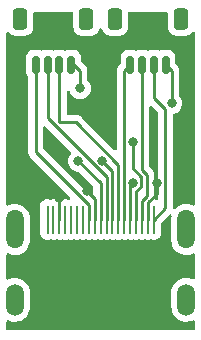
<source format=gbr>
%TF.GenerationSoftware,KiCad,Pcbnew,(6.0.6)*%
%TF.CreationDate,2022-06-22T16:25:05-06:00*%
%TF.ProjectId,15Pin_Fanout_Diodes,31355069-6e5f-4466-916e-6f75745f4469,rev?*%
%TF.SameCoordinates,Original*%
%TF.FileFunction,Copper,L1,Top*%
%TF.FilePolarity,Positive*%
%FSLAX46Y46*%
G04 Gerber Fmt 4.6, Leading zero omitted, Abs format (unit mm)*
G04 Created by KiCad (PCBNEW (6.0.6)) date 2022-06-22 16:25:05*
%MOMM*%
%LPD*%
G01*
G04 APERTURE LIST*
G04 Aperture macros list*
%AMRoundRect*
0 Rectangle with rounded corners*
0 $1 Rounding radius*
0 $2 $3 $4 $5 $6 $7 $8 $9 X,Y pos of 4 corners*
0 Add a 4 corners polygon primitive as box body*
4,1,4,$2,$3,$4,$5,$6,$7,$8,$9,$2,$3,0*
0 Add four circle primitives for the rounded corners*
1,1,$1+$1,$2,$3*
1,1,$1+$1,$4,$5*
1,1,$1+$1,$6,$7*
1,1,$1+$1,$8,$9*
0 Add four rect primitives between the rounded corners*
20,1,$1+$1,$2,$3,$4,$5,0*
20,1,$1+$1,$4,$5,$6,$7,0*
20,1,$1+$1,$6,$7,$8,$9,0*
20,1,$1+$1,$8,$9,$2,$3,0*%
G04 Aperture macros list end*
%TA.AperFunction,SMDPad,CuDef*%
%ADD10RoundRect,0.150000X0.150000X0.625000X-0.150000X0.625000X-0.150000X-0.625000X0.150000X-0.625000X0*%
%TD*%
%TA.AperFunction,SMDPad,CuDef*%
%ADD11RoundRect,0.250000X0.350000X0.650000X-0.350000X0.650000X-0.350000X-0.650000X0.350000X-0.650000X0*%
%TD*%
%TA.AperFunction,SMDPad,CuDef*%
%ADD12O,0.250000X2.400000*%
%TD*%
%TA.AperFunction,ComponentPad*%
%ADD13O,1.500000X2.700000*%
%TD*%
%TA.AperFunction,ComponentPad*%
%ADD14O,1.500000X3.300000*%
%TD*%
%TA.AperFunction,ViaPad*%
%ADD15C,0.800000*%
%TD*%
%TA.AperFunction,Conductor*%
%ADD16C,0.250000*%
%TD*%
G04 APERTURE END LIST*
D10*
%TO.P,J6,1,Pin_1*%
%TO.N,Net-(J1-Pad4)*%
X5500000Y16500000D03*
%TO.P,J6,2,Pin_2*%
%TO.N,Net-(J1-Pad1)*%
X4500000Y16500000D03*
%TO.P,J6,3,Pin_3*%
%TO.N,Net-(J1-Pad3)*%
X3500000Y16500000D03*
%TO.P,J6,4,Pin_4*%
%TO.N,Net-(J1-Pad6)*%
X2500000Y16500000D03*
D11*
%TO.P,J6,MP*%
%TO.N,N/C*%
X6800000Y20375000D03*
X1200000Y20375000D03*
%TD*%
D10*
%TO.P,J7,1,Pin_1*%
%TO.N,Net-(J1-Pad10)*%
X-2500000Y16500000D03*
%TO.P,J7,2,Pin_2*%
%TO.N,Net-(J1-Pad7)*%
X-3500000Y16500000D03*
%TO.P,J7,3,Pin_3*%
%TO.N,Net-(J1-Pad9)*%
X-4500000Y16500000D03*
%TO.P,J7,4,Pin_4*%
%TO.N,Net-(J1-Pad12)*%
X-5500000Y16500000D03*
D11*
%TO.P,J7,MP*%
%TO.N,N/C*%
X-1200000Y20375000D03*
X-6800000Y20375000D03*
%TD*%
D12*
%TO.P,J1,1,D2+*%
%TO.N,Net-(J1-Pad1)*%
X4501000Y3396000D03*
%TO.P,J1,2,D2S*%
%TO.N,GND*%
X4001000Y3396000D03*
%TO.P,J1,3,D2-*%
%TO.N,Net-(J1-Pad3)*%
X3501000Y3396000D03*
%TO.P,J1,4,D1+*%
%TO.N,Net-(J1-Pad4)*%
X3001000Y3396000D03*
%TO.P,J1,5,D1S*%
%TO.N,GND*%
X2500000Y3396000D03*
%TO.P,J1,6,D1-*%
%TO.N,Net-(J1-Pad6)*%
X2000000Y3396000D03*
%TO.P,J1,7,D0+*%
%TO.N,Net-(J1-Pad7)*%
X1500000Y3396000D03*
%TO.P,J1,8,D0S*%
%TO.N,GND*%
X1000000Y3396000D03*
%TO.P,J1,9,D0-*%
%TO.N,Net-(J1-Pad9)*%
X500000Y3396000D03*
%TO.P,J1,10,CK+*%
%TO.N,Net-(J1-Pad10)*%
X0Y3396000D03*
%TO.P,J1,11,CKS*%
%TO.N,GND*%
X-500000Y3396000D03*
%TO.P,J1,12,CK-*%
%TO.N,Net-(J1-Pad12)*%
X-1000000Y3396000D03*
%TO.P,J1,13,CEC*%
%TO.N,unconnected-(J1-Pad13)*%
X-1500000Y3396000D03*
%TO.P,J1,14,UTILITY*%
%TO.N,unconnected-(J1-Pad14)*%
X-2000000Y3396000D03*
%TO.P,J1,15,SCL*%
%TO.N,unconnected-(J1-Pad15)*%
X-2500000Y3396000D03*
%TO.P,J1,16,SDA*%
%TO.N,unconnected-(J1-Pad16)*%
X-3001000Y3396000D03*
%TO.P,J1,17,GND*%
%TO.N,GND*%
X-3501000Y3396000D03*
%TO.P,J1,18,+5V*%
%TO.N,unconnected-(J1-Pad18)*%
X-4001000Y3396000D03*
%TO.P,J1,19,HPD*%
%TO.N,unconnected-(J1-Pad19)*%
X-4501000Y3396000D03*
D13*
%TO.P,J1,20*%
%TO.N,N/C*%
X7250000Y-3396000D03*
%TO.P,J1,21*%
X-7250000Y-3396000D03*
D14*
%TO.P,J1,22*%
X7250000Y2564000D03*
%TO.P,J1,23*%
X-7250000Y2564000D03*
%TD*%
D15*
%TO.N,GND*%
X-3501000Y5249000D03*
X-1184342Y5815658D03*
X2724500Y6500000D03*
X137299Y8387299D03*
X4750000Y6500000D03*
%TO.N,Net-(J1-Pad4)*%
X2724500Y9974500D03*
X6000000Y13250000D03*
%TO.N,Net-(J1-Pad10)*%
X-1887299Y8362701D03*
X-1750000Y14500000D03*
%TD*%
D16*
%TO.N,Net-(J1-Pad1)*%
X5474511Y12750875D02*
X4500000Y13725386D01*
X4500000Y13725386D02*
X4500000Y16500000D01*
X4501000Y16499000D02*
X4500000Y16500000D01*
X5474511Y4369511D02*
X5474511Y12750875D01*
X4501000Y3396000D02*
X5474511Y4369511D01*
%TO.N,GND*%
X1000000Y3396000D02*
X1000000Y7524598D01*
X-3501000Y3396000D02*
X-3501000Y5249000D01*
X2500000Y6275500D02*
X2724500Y6500000D01*
X-500000Y5131316D02*
X-1184342Y5815658D01*
X4001000Y3396000D02*
X4001000Y4846000D01*
X1000000Y7524598D02*
X137299Y8387299D01*
X4001000Y4846000D02*
X4750000Y5595000D01*
X-500000Y3396000D02*
X-500000Y5131316D01*
X4750000Y5595000D02*
X4750000Y6500000D01*
X2500000Y3396000D02*
X2500000Y6275500D01*
%TO.N,Net-(J1-Pad3)*%
X3500000Y7585238D02*
X3898531Y7186707D01*
X3501000Y5001000D02*
X3501000Y3396000D01*
X3500000Y16500000D02*
X3501000Y16499000D01*
X3500000Y16500000D02*
X3500000Y7585238D01*
X3898531Y5398531D02*
X3501000Y5001000D01*
X3898531Y7186707D02*
X3898531Y5398531D01*
%TO.N,Net-(J1-Pad4)*%
X3449011Y6199897D02*
X3449011Y7000509D01*
X3001000Y3396000D02*
X3001000Y5751886D01*
X6000000Y16000000D02*
X5500000Y16500000D01*
X2699520Y7750000D02*
X2699520Y9949520D01*
X2699520Y9949520D02*
X2724500Y9974500D01*
X3001000Y5751886D02*
X3449011Y6199897D01*
X3449011Y7000509D02*
X2699520Y7750000D01*
X6000000Y13250000D02*
X6000000Y16000000D01*
%TO.N,Net-(J1-Pad6)*%
X2500000Y16500000D02*
X2000000Y16000000D01*
X2000000Y16000000D02*
X2000000Y3396000D01*
%TO.N,Net-(J1-Pad7)*%
X1500000Y8049212D02*
X-2086506Y11635718D01*
X-3500000Y11635718D02*
X-3500000Y16500000D01*
X1500000Y3396000D02*
X1500000Y8049212D01*
X-2086506Y11635718D02*
X-3500000Y11635718D01*
%TO.N,Net-(J1-Pad9)*%
X500000Y7000000D02*
X500000Y3396000D01*
X-4500000Y12000000D02*
X500000Y7000000D01*
X-4500000Y16500000D02*
X-4500000Y12000000D01*
%TO.N,Net-(J1-Pad10)*%
X-1750000Y14500000D02*
X-1750000Y16000000D01*
X-2250000Y16500000D02*
X-2500000Y16500000D01*
X-1750000Y16000000D02*
X-2250000Y16500000D01*
X0Y6475402D02*
X-1887299Y8362701D01*
X0Y3396000D02*
X0Y6475402D01*
%TO.N,Net-(J1-Pad12)*%
X-5500000Y16500000D02*
X-5500000Y9106717D01*
X-1000000Y4606717D02*
X-1000000Y3396000D01*
X-5500000Y9106717D02*
X-1000000Y4606717D01*
%TD*%
%TA.AperFunction,Conductor*%
%TO.N,GND*%
G36*
X-2366379Y20971498D02*
G01*
X-2319886Y20917842D01*
X-2308500Y20865500D01*
X-2308500Y19674600D01*
X-2308163Y19671354D01*
X-2308163Y19671350D01*
X-2299792Y19590678D01*
X-2297526Y19568834D01*
X-2241550Y19401054D01*
X-2148478Y19250652D01*
X-2023303Y19125695D01*
X-2017073Y19121855D01*
X-2017072Y19121854D01*
X-1879910Y19037306D01*
X-1872738Y19032885D01*
X-1792995Y19006436D01*
X-1711389Y18979368D01*
X-1711387Y18979368D01*
X-1704861Y18977203D01*
X-1698025Y18976503D01*
X-1698022Y18976502D01*
X-1654969Y18972091D01*
X-1600400Y18966500D01*
X-799600Y18966500D01*
X-796354Y18966837D01*
X-796350Y18966837D01*
X-700692Y18976762D01*
X-700688Y18976763D01*
X-693834Y18977474D01*
X-687298Y18979655D01*
X-687296Y18979655D01*
X-555194Y19023728D01*
X-526054Y19033450D01*
X-375652Y19126522D01*
X-250695Y19251697D01*
X-205492Y19325030D01*
X-161725Y19396032D01*
X-161724Y19396034D01*
X-157885Y19402262D01*
X-119624Y19517615D01*
X-79195Y19575974D01*
X-13631Y19603211D01*
X56251Y19590678D01*
X108263Y19542353D01*
X119491Y19517824D01*
X155729Y19409209D01*
X158450Y19401054D01*
X251522Y19250652D01*
X376697Y19125695D01*
X382927Y19121855D01*
X382928Y19121854D01*
X520090Y19037306D01*
X527262Y19032885D01*
X607005Y19006436D01*
X688611Y18979368D01*
X688613Y18979368D01*
X695139Y18977203D01*
X701975Y18976503D01*
X701978Y18976502D01*
X745031Y18972091D01*
X799600Y18966500D01*
X1600400Y18966500D01*
X1603646Y18966837D01*
X1603650Y18966837D01*
X1699308Y18976762D01*
X1699312Y18976763D01*
X1706166Y18977474D01*
X1712702Y18979655D01*
X1712704Y18979655D01*
X1844806Y19023728D01*
X1873946Y19033450D01*
X2024348Y19126522D01*
X2149305Y19251697D01*
X2194508Y19325030D01*
X2238275Y19396032D01*
X2238276Y19396034D01*
X2242115Y19402262D01*
X2297797Y19570139D01*
X2299902Y19590678D01*
X2308172Y19671402D01*
X2308500Y19674600D01*
X2308500Y20865500D01*
X2328502Y20933621D01*
X2382158Y20980114D01*
X2434500Y20991500D01*
X5565500Y20991500D01*
X5633621Y20971498D01*
X5680114Y20917842D01*
X5691500Y20865500D01*
X5691500Y19674600D01*
X5691837Y19671354D01*
X5691837Y19671350D01*
X5700208Y19590678D01*
X5702474Y19568834D01*
X5758450Y19401054D01*
X5851522Y19250652D01*
X5976697Y19125695D01*
X5982927Y19121855D01*
X5982928Y19121854D01*
X6120090Y19037306D01*
X6127262Y19032885D01*
X6207005Y19006436D01*
X6288611Y18979368D01*
X6288613Y18979368D01*
X6295139Y18977203D01*
X6301975Y18976503D01*
X6301978Y18976502D01*
X6345031Y18972091D01*
X6399600Y18966500D01*
X7200400Y18966500D01*
X7203646Y18966837D01*
X7203650Y18966837D01*
X7299308Y18976762D01*
X7299312Y18976763D01*
X7306166Y18977474D01*
X7312702Y18979655D01*
X7312704Y18979655D01*
X7444806Y19023728D01*
X7473946Y19033450D01*
X7624348Y19126522D01*
X7749305Y19251697D01*
X7758241Y19266193D01*
X7811013Y19313686D01*
X7881085Y19325108D01*
X7946208Y19296834D01*
X7985708Y19237840D01*
X7991500Y19200076D01*
X7991500Y4705927D01*
X7971498Y4637806D01*
X7917842Y4591313D01*
X7847568Y4581209D01*
X7814855Y4590554D01*
X7658180Y4659330D01*
X7658167Y4659335D01*
X7653033Y4661588D01*
X7647582Y4662897D01*
X7647578Y4662898D01*
X7440046Y4712722D01*
X7440045Y4712722D01*
X7434589Y4714032D01*
X7350525Y4718879D01*
X7215917Y4726640D01*
X7215914Y4726640D01*
X7210310Y4726963D01*
X6987285Y4699975D01*
X6772565Y4633918D01*
X6767585Y4631348D01*
X6767581Y4631346D01*
X6626850Y4558709D01*
X6572936Y4530882D01*
X6394708Y4394123D01*
X6331462Y4324616D01*
X6327255Y4319993D01*
X6266614Y4283071D01*
X6195639Y4284794D01*
X6136862Y4324616D01*
X6108620Y4392937D01*
X6108570Y4393466D01*
X6108011Y4405322D01*
X6108011Y12242129D01*
X6128013Y12310250D01*
X6181669Y12356743D01*
X6207814Y12365376D01*
X6282288Y12381206D01*
X6313760Y12395218D01*
X6450722Y12456197D01*
X6450724Y12456198D01*
X6456752Y12458882D01*
X6611253Y12571134D01*
X6739040Y12713056D01*
X6834527Y12878444D01*
X6893542Y13060072D01*
X6913504Y13250000D01*
X6893542Y13439928D01*
X6834527Y13621556D01*
X6827406Y13633891D01*
X6784109Y13708882D01*
X6739040Y13786944D01*
X6665863Y13868215D01*
X6635147Y13932221D01*
X6633500Y13952524D01*
X6633500Y15921232D01*
X6634027Y15932415D01*
X6635702Y15939908D01*
X6634567Y15976039D01*
X6633562Y16007998D01*
X6633500Y16011956D01*
X6633500Y16039856D01*
X6632996Y16043847D01*
X6632063Y16055689D01*
X6631548Y16072101D01*
X6630674Y16099889D01*
X6628462Y16107503D01*
X6628461Y16107508D01*
X6625023Y16119341D01*
X6621012Y16138705D01*
X6619467Y16150936D01*
X6618474Y16158797D01*
X6615557Y16166164D01*
X6615556Y16166169D01*
X6602198Y16199908D01*
X6598354Y16211135D01*
X6593633Y16227384D01*
X6586018Y16253593D01*
X6575707Y16271028D01*
X6567012Y16288776D01*
X6559552Y16307617D01*
X6533564Y16343387D01*
X6527048Y16353307D01*
X6508580Y16384535D01*
X6508578Y16384538D01*
X6504542Y16391362D01*
X6490221Y16405683D01*
X6477380Y16420717D01*
X6470132Y16430693D01*
X6465472Y16437107D01*
X6459136Y16442349D01*
X6431402Y16465292D01*
X6422622Y16473282D01*
X6345405Y16550499D01*
X6311379Y16612811D01*
X6308500Y16639594D01*
X6308500Y17191502D01*
X6305562Y17228831D01*
X6259145Y17388601D01*
X6242107Y17417411D01*
X6178491Y17524980D01*
X6178489Y17524983D01*
X6174453Y17531807D01*
X6056807Y17649453D01*
X6049983Y17653489D01*
X6049980Y17653491D01*
X5920427Y17730108D01*
X5920425Y17730109D01*
X5913601Y17734145D01*
X5905990Y17736356D01*
X5905988Y17736357D01*
X5853769Y17751528D01*
X5753831Y17780562D01*
X5747426Y17781066D01*
X5747421Y17781067D01*
X5718958Y17783307D01*
X5718950Y17783307D01*
X5716502Y17783500D01*
X5283498Y17783500D01*
X5281050Y17783307D01*
X5281042Y17783307D01*
X5252579Y17781067D01*
X5252574Y17781066D01*
X5246169Y17780562D01*
X5146231Y17751528D01*
X5094012Y17736357D01*
X5094010Y17736356D01*
X5086399Y17734145D01*
X5079576Y17730110D01*
X5079574Y17730109D01*
X5064137Y17720980D01*
X4995321Y17703522D01*
X4935863Y17720980D01*
X4920426Y17730109D01*
X4920424Y17730110D01*
X4913601Y17734145D01*
X4905990Y17736356D01*
X4905988Y17736357D01*
X4853769Y17751528D01*
X4753831Y17780562D01*
X4747426Y17781066D01*
X4747421Y17781067D01*
X4718958Y17783307D01*
X4718950Y17783307D01*
X4716502Y17783500D01*
X4283498Y17783500D01*
X4281050Y17783307D01*
X4281042Y17783307D01*
X4252579Y17781067D01*
X4252574Y17781066D01*
X4246169Y17780562D01*
X4146231Y17751528D01*
X4094012Y17736357D01*
X4094010Y17736356D01*
X4086399Y17734145D01*
X4079576Y17730110D01*
X4079574Y17730109D01*
X4064137Y17720980D01*
X3995321Y17703522D01*
X3935863Y17720980D01*
X3920426Y17730109D01*
X3920424Y17730110D01*
X3913601Y17734145D01*
X3905990Y17736356D01*
X3905988Y17736357D01*
X3853769Y17751528D01*
X3753831Y17780562D01*
X3747426Y17781066D01*
X3747421Y17781067D01*
X3718958Y17783307D01*
X3718950Y17783307D01*
X3716502Y17783500D01*
X3283498Y17783500D01*
X3281050Y17783307D01*
X3281042Y17783307D01*
X3252579Y17781067D01*
X3252574Y17781066D01*
X3246169Y17780562D01*
X3146231Y17751528D01*
X3094012Y17736357D01*
X3094010Y17736356D01*
X3086399Y17734145D01*
X3079576Y17730110D01*
X3079574Y17730109D01*
X3064137Y17720980D01*
X2995321Y17703522D01*
X2935863Y17720980D01*
X2920426Y17730109D01*
X2920424Y17730110D01*
X2913601Y17734145D01*
X2905990Y17736356D01*
X2905988Y17736357D01*
X2853769Y17751528D01*
X2753831Y17780562D01*
X2747426Y17781066D01*
X2747421Y17781067D01*
X2718958Y17783307D01*
X2718950Y17783307D01*
X2716502Y17783500D01*
X2283498Y17783500D01*
X2281050Y17783307D01*
X2281042Y17783307D01*
X2252579Y17781067D01*
X2252574Y17781066D01*
X2246169Y17780562D01*
X2146231Y17751528D01*
X2094012Y17736357D01*
X2094010Y17736356D01*
X2086399Y17734145D01*
X2079575Y17730109D01*
X2079573Y17730108D01*
X1950020Y17653491D01*
X1950017Y17653489D01*
X1943193Y17649453D01*
X1825547Y17531807D01*
X1821511Y17524983D01*
X1821509Y17524980D01*
X1757893Y17417411D01*
X1740855Y17388601D01*
X1694438Y17228831D01*
X1691500Y17191502D01*
X1691500Y16639595D01*
X1671498Y16571474D01*
X1654595Y16550500D01*
X1607747Y16503652D01*
X1599461Y16496112D01*
X1592982Y16492000D01*
X1587557Y16486223D01*
X1546357Y16442349D01*
X1543602Y16439507D01*
X1523865Y16419770D01*
X1521385Y16416573D01*
X1513682Y16407553D01*
X1483414Y16375321D01*
X1479595Y16368375D01*
X1479593Y16368372D01*
X1473652Y16357566D01*
X1462801Y16341047D01*
X1450386Y16325041D01*
X1447241Y16317772D01*
X1447238Y16317768D01*
X1432826Y16284463D01*
X1427609Y16273813D01*
X1406305Y16235060D01*
X1404334Y16227385D01*
X1404334Y16227384D01*
X1401267Y16215438D01*
X1394863Y16196734D01*
X1386819Y16178145D01*
X1385580Y16170322D01*
X1385577Y16170312D01*
X1379901Y16134476D01*
X1377495Y16122856D01*
X1366500Y16080030D01*
X1366500Y16059776D01*
X1364949Y16040066D01*
X1361780Y16020057D01*
X1362526Y16012165D01*
X1365941Y15976039D01*
X1366500Y15964181D01*
X1366500Y9382807D01*
X1346498Y9314686D01*
X1292842Y9268193D01*
X1222568Y9258089D01*
X1157988Y9287583D01*
X1151405Y9293712D01*
X-1582854Y12027971D01*
X-1590394Y12036257D01*
X-1594506Y12042736D01*
X-1644158Y12089362D01*
X-1646999Y12092116D01*
X-1666736Y12111853D01*
X-1669933Y12114333D01*
X-1678955Y12122038D01*
X-1705406Y12146877D01*
X-1711185Y12152304D01*
X-1718131Y12156123D01*
X-1718134Y12156125D01*
X-1728940Y12162066D01*
X-1745459Y12172917D01*
X-1745923Y12173277D01*
X-1761465Y12185332D01*
X-1768734Y12188477D01*
X-1768738Y12188480D01*
X-1802043Y12202892D01*
X-1812693Y12208109D01*
X-1851446Y12229413D01*
X-1871069Y12234451D01*
X-1889772Y12240855D01*
X-1901086Y12245751D01*
X-1901087Y12245751D01*
X-1908361Y12248899D01*
X-1916184Y12250138D01*
X-1916194Y12250141D01*
X-1952030Y12255817D01*
X-1963650Y12258223D01*
X-1998795Y12267246D01*
X-1998796Y12267246D01*
X-2006476Y12269218D01*
X-2026730Y12269218D01*
X-2046441Y12270769D01*
X-2058620Y12272698D01*
X-2066449Y12273938D01*
X-2074341Y12273192D01*
X-2110467Y12269777D01*
X-2122325Y12269218D01*
X-2740500Y12269218D01*
X-2808621Y12289220D01*
X-2855114Y12342876D01*
X-2866500Y12395218D01*
X-2866500Y14200735D01*
X-2846498Y14268856D01*
X-2792842Y14315349D01*
X-2722568Y14325453D01*
X-2657988Y14295959D01*
X-2620667Y14239671D01*
X-2584527Y14128444D01*
X-2489040Y13963056D01*
X-2361253Y13821134D01*
X-2206752Y13708882D01*
X-2200724Y13706198D01*
X-2200722Y13706197D01*
X-2038319Y13633891D01*
X-2032288Y13631206D01*
X-1957320Y13615271D01*
X-1851944Y13592872D01*
X-1851939Y13592872D01*
X-1845487Y13591500D01*
X-1654513Y13591500D01*
X-1648061Y13592872D01*
X-1648056Y13592872D01*
X-1542680Y13615271D01*
X-1467712Y13631206D01*
X-1461681Y13633891D01*
X-1299278Y13706197D01*
X-1299276Y13706198D01*
X-1293248Y13708882D01*
X-1138747Y13821134D01*
X-1010960Y13963056D01*
X-915473Y14128444D01*
X-856458Y14310072D01*
X-836496Y14500000D01*
X-856458Y14689928D01*
X-915473Y14871556D01*
X-1010960Y15036944D01*
X-1084137Y15118215D01*
X-1114853Y15182221D01*
X-1116500Y15202524D01*
X-1116500Y15921232D01*
X-1115973Y15932415D01*
X-1114298Y15939908D01*
X-1115433Y15976039D01*
X-1116438Y16007998D01*
X-1116500Y16011956D01*
X-1116500Y16039856D01*
X-1117004Y16043847D01*
X-1117937Y16055689D01*
X-1118452Y16072101D01*
X-1119326Y16099889D01*
X-1121538Y16107503D01*
X-1121539Y16107508D01*
X-1124977Y16119341D01*
X-1128988Y16138705D01*
X-1130533Y16150936D01*
X-1131526Y16158797D01*
X-1134443Y16166164D01*
X-1134444Y16166169D01*
X-1147802Y16199908D01*
X-1151646Y16211135D01*
X-1156367Y16227384D01*
X-1163982Y16253593D01*
X-1174293Y16271028D01*
X-1182988Y16288776D01*
X-1190448Y16307617D01*
X-1216436Y16343387D01*
X-1222952Y16353307D01*
X-1241420Y16384535D01*
X-1241422Y16384538D01*
X-1245458Y16391362D01*
X-1259779Y16405683D01*
X-1272620Y16420717D01*
X-1279868Y16430693D01*
X-1284528Y16437107D01*
X-1318593Y16465288D01*
X-1327374Y16473278D01*
X-1654596Y16800501D01*
X-1688621Y16862813D01*
X-1691500Y16889596D01*
X-1691500Y17191502D01*
X-1694438Y17228831D01*
X-1740855Y17388601D01*
X-1757893Y17417411D01*
X-1821509Y17524980D01*
X-1821511Y17524983D01*
X-1825547Y17531807D01*
X-1943193Y17649453D01*
X-1950017Y17653489D01*
X-1950020Y17653491D01*
X-2079573Y17730108D01*
X-2079575Y17730109D01*
X-2086399Y17734145D01*
X-2094010Y17736356D01*
X-2094012Y17736357D01*
X-2146231Y17751528D01*
X-2246169Y17780562D01*
X-2252574Y17781066D01*
X-2252579Y17781067D01*
X-2281042Y17783307D01*
X-2281050Y17783307D01*
X-2283498Y17783500D01*
X-2716502Y17783500D01*
X-2718950Y17783307D01*
X-2718958Y17783307D01*
X-2747421Y17781067D01*
X-2747426Y17781066D01*
X-2753831Y17780562D01*
X-2853769Y17751528D01*
X-2905988Y17736357D01*
X-2905990Y17736356D01*
X-2913601Y17734145D01*
X-2920424Y17730110D01*
X-2920426Y17730109D01*
X-2935863Y17720980D01*
X-3004679Y17703522D01*
X-3064137Y17720980D01*
X-3079574Y17730109D01*
X-3079576Y17730110D01*
X-3086399Y17734145D01*
X-3094010Y17736356D01*
X-3094012Y17736357D01*
X-3146231Y17751528D01*
X-3246169Y17780562D01*
X-3252574Y17781066D01*
X-3252579Y17781067D01*
X-3281042Y17783307D01*
X-3281050Y17783307D01*
X-3283498Y17783500D01*
X-3716502Y17783500D01*
X-3718950Y17783307D01*
X-3718958Y17783307D01*
X-3747421Y17781067D01*
X-3747426Y17781066D01*
X-3753831Y17780562D01*
X-3853769Y17751528D01*
X-3905988Y17736357D01*
X-3905990Y17736356D01*
X-3913601Y17734145D01*
X-3920424Y17730110D01*
X-3920426Y17730109D01*
X-3935863Y17720980D01*
X-4004679Y17703522D01*
X-4064137Y17720980D01*
X-4079574Y17730109D01*
X-4079576Y17730110D01*
X-4086399Y17734145D01*
X-4094010Y17736356D01*
X-4094012Y17736357D01*
X-4146231Y17751528D01*
X-4246169Y17780562D01*
X-4252574Y17781066D01*
X-4252579Y17781067D01*
X-4281042Y17783307D01*
X-4281050Y17783307D01*
X-4283498Y17783500D01*
X-4716502Y17783500D01*
X-4718950Y17783307D01*
X-4718958Y17783307D01*
X-4747421Y17781067D01*
X-4747426Y17781066D01*
X-4753831Y17780562D01*
X-4853769Y17751528D01*
X-4905988Y17736357D01*
X-4905990Y17736356D01*
X-4913601Y17734145D01*
X-4920424Y17730110D01*
X-4920426Y17730109D01*
X-4935863Y17720980D01*
X-5004679Y17703522D01*
X-5064137Y17720980D01*
X-5079574Y17730109D01*
X-5079576Y17730110D01*
X-5086399Y17734145D01*
X-5094010Y17736356D01*
X-5094012Y17736357D01*
X-5146231Y17751528D01*
X-5246169Y17780562D01*
X-5252574Y17781066D01*
X-5252579Y17781067D01*
X-5281042Y17783307D01*
X-5281050Y17783307D01*
X-5283498Y17783500D01*
X-5716502Y17783500D01*
X-5718950Y17783307D01*
X-5718958Y17783307D01*
X-5747421Y17781067D01*
X-5747426Y17781066D01*
X-5753831Y17780562D01*
X-5853769Y17751528D01*
X-5905988Y17736357D01*
X-5905990Y17736356D01*
X-5913601Y17734145D01*
X-5920425Y17730109D01*
X-5920427Y17730108D01*
X-6049980Y17653491D01*
X-6049983Y17653489D01*
X-6056807Y17649453D01*
X-6174453Y17531807D01*
X-6178489Y17524983D01*
X-6178491Y17524980D01*
X-6242107Y17417411D01*
X-6259145Y17388601D01*
X-6305562Y17228831D01*
X-6308500Y17191502D01*
X-6308500Y15808498D01*
X-6305562Y15771169D01*
X-6259145Y15611399D01*
X-6255108Y15604573D01*
X-6178491Y15475020D01*
X-6178489Y15475017D01*
X-6174453Y15468193D01*
X-6168845Y15462585D01*
X-6163989Y15456325D01*
X-6165496Y15455156D01*
X-6136379Y15401833D01*
X-6133500Y15375050D01*
X-6133500Y9185484D01*
X-6134027Y9174301D01*
X-6135702Y9166808D01*
X-6135453Y9158882D01*
X-6135453Y9158881D01*
X-6133562Y9098731D01*
X-6133500Y9094772D01*
X-6133500Y9066861D01*
X-6133003Y9062927D01*
X-6133003Y9062926D01*
X-6132995Y9062861D01*
X-6132062Y9051024D01*
X-6130673Y9006828D01*
X-6125022Y8987378D01*
X-6121013Y8968017D01*
X-6118474Y8947920D01*
X-6115555Y8940549D01*
X-6115555Y8940547D01*
X-6102196Y8906805D01*
X-6098351Y8895575D01*
X-6086018Y8853124D01*
X-6081985Y8846305D01*
X-6081983Y8846300D01*
X-6075707Y8835689D01*
X-6067012Y8817941D01*
X-6059552Y8799100D01*
X-6054890Y8792684D01*
X-6054890Y8792683D01*
X-6033564Y8763330D01*
X-6027048Y8753410D01*
X-6019105Y8739980D01*
X-6004542Y8715355D01*
X-5990221Y8701034D01*
X-5977381Y8686001D01*
X-5965472Y8669610D01*
X-5959366Y8664559D01*
X-5931395Y8641419D01*
X-5922616Y8633429D01*
X-2589756Y5300568D01*
X-2555730Y5238256D01*
X-2560795Y5167440D01*
X-2603342Y5110605D01*
X-2639910Y5091642D01*
X-2706139Y5070123D01*
X-2777106Y5068097D01*
X-2790317Y5072896D01*
X-2796509Y5074908D01*
X-2803682Y5078283D01*
X-2935305Y5103391D01*
X-2953121Y5106790D01*
X-2953122Y5106790D01*
X-2960906Y5108275D01*
X-3049400Y5102708D01*
X-3112738Y5098723D01*
X-3112740Y5098723D01*
X-3120650Y5098225D01*
X-3207241Y5070090D01*
X-3278206Y5068062D01*
X-3289110Y5072023D01*
X-3289124Y5071979D01*
X-3311622Y5079289D01*
X-3453152Y5106287D01*
X-3468849Y5107274D01*
X-3612643Y5098228D01*
X-3628093Y5095281D01*
X-3705884Y5070005D01*
X-3776852Y5067978D01*
X-3791038Y5073130D01*
X-3796508Y5074907D01*
X-3803682Y5078283D01*
X-3935305Y5103391D01*
X-3953121Y5106790D01*
X-3953122Y5106790D01*
X-3960906Y5108275D01*
X-4049400Y5102708D01*
X-4112738Y5098723D01*
X-4112740Y5098723D01*
X-4120650Y5098225D01*
X-4128186Y5095776D01*
X-4128188Y5095776D01*
X-4129711Y5095281D01*
X-4201291Y5072023D01*
X-4206545Y5070316D01*
X-4277512Y5068288D01*
X-4289184Y5072528D01*
X-4296512Y5074909D01*
X-4303682Y5078283D01*
X-4311465Y5079768D01*
X-4311466Y5079768D01*
X-4453121Y5106790D01*
X-4453122Y5106790D01*
X-4460906Y5108275D01*
X-4549400Y5102708D01*
X-4612738Y5098723D01*
X-4612740Y5098723D01*
X-4620650Y5098225D01*
X-4628186Y5095776D01*
X-4628188Y5095776D01*
X-4765333Y5051215D01*
X-4765336Y5051214D01*
X-4772875Y5048764D01*
X-4908018Y4963000D01*
X-5017586Y4846321D01*
X-5094695Y4706060D01*
X-5134500Y4551030D01*
X-5134500Y2281144D01*
X-5119474Y2162203D01*
X-5060552Y2013383D01*
X-4966472Y1883893D01*
X-4843144Y1781867D01*
X-4835977Y1778494D01*
X-4835973Y1778492D01*
X-4773879Y1749274D01*
X-4698318Y1713717D01*
X-4593778Y1693775D01*
X-4551515Y1685713D01*
X-4541094Y1683725D01*
X-4452600Y1689292D01*
X-4389262Y1693277D01*
X-4389260Y1693277D01*
X-4381350Y1693775D01*
X-4373814Y1696224D01*
X-4373812Y1696224D01*
X-4305248Y1718502D01*
X-4295455Y1721684D01*
X-4224488Y1723712D01*
X-4212816Y1719472D01*
X-4205488Y1717091D01*
X-4198318Y1713717D01*
X-4190535Y1712232D01*
X-4190534Y1712232D01*
X-4048879Y1685210D01*
X-4041094Y1683725D01*
X-3952600Y1689292D01*
X-3889262Y1693277D01*
X-3889260Y1693277D01*
X-3881350Y1693775D01*
X-3794759Y1721910D01*
X-3723794Y1723938D01*
X-3712890Y1719977D01*
X-3712876Y1720021D01*
X-3690378Y1712711D01*
X-3548848Y1685713D01*
X-3533151Y1684726D01*
X-3389357Y1693772D01*
X-3373907Y1696719D01*
X-3296116Y1721995D01*
X-3225148Y1724022D01*
X-3210962Y1718870D01*
X-3205492Y1717093D01*
X-3198318Y1713717D01*
X-3093778Y1693775D01*
X-3051515Y1685713D01*
X-3041094Y1683725D01*
X-2952600Y1689292D01*
X-2889262Y1693277D01*
X-2889260Y1693277D01*
X-2881350Y1693775D01*
X-2873814Y1696224D01*
X-2873812Y1696224D01*
X-2794863Y1721876D01*
X-2723895Y1723903D01*
X-2710687Y1719105D01*
X-2704489Y1717092D01*
X-2697318Y1713717D01*
X-2592778Y1693775D01*
X-2550515Y1685713D01*
X-2540094Y1683725D01*
X-2451600Y1689292D01*
X-2388262Y1693277D01*
X-2388260Y1693277D01*
X-2380350Y1693775D01*
X-2372814Y1696224D01*
X-2372812Y1696224D01*
X-2304248Y1718502D01*
X-2294455Y1721684D01*
X-2223488Y1723712D01*
X-2211816Y1719472D01*
X-2204488Y1717091D01*
X-2197318Y1713717D01*
X-2189535Y1712232D01*
X-2189534Y1712232D01*
X-2047879Y1685210D01*
X-2040094Y1683725D01*
X-1951600Y1689292D01*
X-1888262Y1693277D01*
X-1888260Y1693277D01*
X-1880350Y1693775D01*
X-1872814Y1696224D01*
X-1872812Y1696224D01*
X-1804248Y1718502D01*
X-1794455Y1721684D01*
X-1723488Y1723712D01*
X-1711816Y1719472D01*
X-1704488Y1717091D01*
X-1697318Y1713717D01*
X-1689535Y1712232D01*
X-1689534Y1712232D01*
X-1547879Y1685210D01*
X-1540094Y1683725D01*
X-1451600Y1689292D01*
X-1388262Y1693277D01*
X-1388260Y1693277D01*
X-1380350Y1693775D01*
X-1372814Y1696224D01*
X-1372812Y1696224D01*
X-1304248Y1718502D01*
X-1294455Y1721684D01*
X-1223488Y1723712D01*
X-1211816Y1719472D01*
X-1204488Y1717091D01*
X-1197318Y1713717D01*
X-1189535Y1712232D01*
X-1189534Y1712232D01*
X-1047879Y1685210D01*
X-1040094Y1683725D01*
X-951600Y1689292D01*
X-888262Y1693277D01*
X-888260Y1693277D01*
X-880350Y1693775D01*
X-793759Y1721910D01*
X-722794Y1723938D01*
X-711890Y1719977D01*
X-711876Y1720021D01*
X-689378Y1712711D01*
X-547848Y1685713D01*
X-532151Y1684726D01*
X-388357Y1693772D01*
X-372907Y1696719D01*
X-295116Y1721995D01*
X-224148Y1724022D01*
X-209962Y1718870D01*
X-204492Y1717093D01*
X-197318Y1713717D01*
X-92778Y1693775D01*
X-50515Y1685713D01*
X-40094Y1683725D01*
X48400Y1689292D01*
X111738Y1693277D01*
X111740Y1693277D01*
X119650Y1693775D01*
X127186Y1696224D01*
X127188Y1696224D01*
X195752Y1718502D01*
X205545Y1721684D01*
X276512Y1723712D01*
X288184Y1719472D01*
X295512Y1717091D01*
X302682Y1713717D01*
X310465Y1712232D01*
X310466Y1712232D01*
X452121Y1685210D01*
X459906Y1683725D01*
X548400Y1689292D01*
X611738Y1693277D01*
X611740Y1693277D01*
X619650Y1693775D01*
X706241Y1721910D01*
X777206Y1723938D01*
X788110Y1719977D01*
X788124Y1720021D01*
X810622Y1712711D01*
X952152Y1685713D01*
X967849Y1684726D01*
X1111643Y1693772D01*
X1127093Y1696719D01*
X1204884Y1721995D01*
X1275852Y1724022D01*
X1290038Y1718870D01*
X1295508Y1717093D01*
X1302682Y1713717D01*
X1407222Y1693775D01*
X1449485Y1685713D01*
X1459906Y1683725D01*
X1548400Y1689292D01*
X1611738Y1693277D01*
X1611740Y1693277D01*
X1619650Y1693775D01*
X1627186Y1696224D01*
X1627188Y1696224D01*
X1695752Y1718502D01*
X1705545Y1721684D01*
X1776512Y1723712D01*
X1788184Y1719472D01*
X1795512Y1717091D01*
X1802682Y1713717D01*
X1810465Y1712232D01*
X1810466Y1712232D01*
X1952121Y1685210D01*
X1959906Y1683725D01*
X2048400Y1689292D01*
X2111738Y1693277D01*
X2111740Y1693277D01*
X2119650Y1693775D01*
X2206241Y1721910D01*
X2277206Y1723938D01*
X2288110Y1719977D01*
X2288124Y1720021D01*
X2310622Y1712711D01*
X2452152Y1685713D01*
X2467849Y1684726D01*
X2611643Y1693772D01*
X2627093Y1696719D01*
X2705476Y1722187D01*
X2776444Y1724214D01*
X2792172Y1718502D01*
X2796506Y1717094D01*
X2803682Y1713717D01*
X2908222Y1693775D01*
X2950485Y1685713D01*
X2960906Y1683725D01*
X3049400Y1689292D01*
X3112738Y1693277D01*
X3112740Y1693277D01*
X3120650Y1693775D01*
X3128186Y1696224D01*
X3128188Y1696224D01*
X3196752Y1718502D01*
X3206545Y1721684D01*
X3277512Y1723712D01*
X3289184Y1719472D01*
X3296512Y1717091D01*
X3303682Y1713717D01*
X3311465Y1712232D01*
X3311466Y1712232D01*
X3453121Y1685210D01*
X3460906Y1683725D01*
X3549400Y1689292D01*
X3612738Y1693277D01*
X3612740Y1693277D01*
X3620650Y1693775D01*
X3707241Y1721910D01*
X3778206Y1723938D01*
X3789110Y1719977D01*
X3789124Y1720021D01*
X3811622Y1712711D01*
X3953152Y1685713D01*
X3968849Y1684726D01*
X4112643Y1693772D01*
X4128093Y1696719D01*
X4205884Y1721995D01*
X4276852Y1724022D01*
X4291038Y1718870D01*
X4296508Y1717093D01*
X4303682Y1713717D01*
X4408222Y1693775D01*
X4450485Y1685713D01*
X4460906Y1683725D01*
X4549400Y1689292D01*
X4612738Y1693277D01*
X4612740Y1693277D01*
X4620650Y1693775D01*
X4628186Y1696224D01*
X4628188Y1696224D01*
X4765333Y1740785D01*
X4765336Y1740786D01*
X4772875Y1743236D01*
X4908018Y1829000D01*
X5017586Y1945679D01*
X5094695Y2085940D01*
X5134500Y2240970D01*
X5134500Y3081406D01*
X5154502Y3149527D01*
X5171405Y3170501D01*
X5797335Y3796431D01*
X5859647Y3830457D01*
X5930462Y3825392D01*
X5987298Y3782845D01*
X6012109Y3716325D01*
X6009812Y3681786D01*
X5994787Y3609233D01*
X5991500Y3552225D01*
X5991500Y1607001D01*
X5991749Y1604214D01*
X5991749Y1604208D01*
X5998009Y1534071D01*
X6006383Y1440238D01*
X6065663Y1223549D01*
X6162378Y1020782D01*
X6293471Y838346D01*
X6454799Y682008D01*
X6641262Y556710D01*
X6846967Y466412D01*
X6852418Y465103D01*
X6852422Y465102D01*
X7025503Y423549D01*
X7065411Y413968D01*
X7149475Y409121D01*
X7284083Y401360D01*
X7284086Y401360D01*
X7289690Y401037D01*
X7512715Y428025D01*
X7727435Y494082D01*
X7732415Y496652D01*
X7732419Y496654D01*
X7807710Y535515D01*
X7877417Y548984D01*
X7943341Y522629D01*
X7984550Y464816D01*
X7991500Y423549D01*
X7991500Y-1554073D01*
X7971498Y-1622194D01*
X7917842Y-1668687D01*
X7847568Y-1678791D01*
X7814855Y-1669446D01*
X7658180Y-1600670D01*
X7658167Y-1600665D01*
X7653033Y-1598412D01*
X7647582Y-1597103D01*
X7647578Y-1597102D01*
X7440046Y-1547278D01*
X7440045Y-1547278D01*
X7434589Y-1545968D01*
X7350525Y-1541121D01*
X7215917Y-1533360D01*
X7215914Y-1533360D01*
X7210310Y-1533037D01*
X6987285Y-1560025D01*
X6772565Y-1626082D01*
X6767585Y-1628652D01*
X6767581Y-1628654D01*
X6577919Y-1726546D01*
X6572936Y-1729118D01*
X6394708Y-1865877D01*
X6243515Y-2032036D01*
X6124136Y-2222344D01*
X6040344Y-2430783D01*
X5994787Y-2650767D01*
X5991500Y-2707775D01*
X5991500Y-4052999D01*
X5991749Y-4055786D01*
X5991749Y-4055792D01*
X5998009Y-4125929D01*
X6006383Y-4219762D01*
X6065663Y-4436451D01*
X6162378Y-4639218D01*
X6293471Y-4821654D01*
X6454799Y-4977992D01*
X6641262Y-5103290D01*
X6846967Y-5193588D01*
X6852418Y-5194897D01*
X6852422Y-5194898D01*
X7025503Y-5236451D01*
X7065411Y-5246032D01*
X7149475Y-5250879D01*
X7284083Y-5258640D01*
X7284086Y-5258640D01*
X7289690Y-5258963D01*
X7512715Y-5231975D01*
X7727435Y-5165918D01*
X7732415Y-5163348D01*
X7732419Y-5163346D01*
X7807710Y-5124485D01*
X7877417Y-5111016D01*
X7943341Y-5137371D01*
X7984550Y-5195184D01*
X7991500Y-5236451D01*
X7991500Y-5865500D01*
X7971498Y-5933621D01*
X7917842Y-5980114D01*
X7865500Y-5991500D01*
X-7865500Y-5991500D01*
X-7933621Y-5971498D01*
X-7980114Y-5917842D01*
X-7991500Y-5865500D01*
X-7991500Y-5237927D01*
X-7971498Y-5169806D01*
X-7917842Y-5123313D01*
X-7847568Y-5113209D01*
X-7814855Y-5122554D01*
X-7658180Y-5191330D01*
X-7658167Y-5191335D01*
X-7653033Y-5193588D01*
X-7647582Y-5194897D01*
X-7647578Y-5194898D01*
X-7474497Y-5236451D01*
X-7434589Y-5246032D01*
X-7350525Y-5250879D01*
X-7215917Y-5258640D01*
X-7215914Y-5258640D01*
X-7210310Y-5258963D01*
X-6987285Y-5231975D01*
X-6772565Y-5165918D01*
X-6767585Y-5163348D01*
X-6767581Y-5163346D01*
X-6577919Y-5065454D01*
X-6577918Y-5065454D01*
X-6572936Y-5062882D01*
X-6394708Y-4926123D01*
X-6243515Y-4759964D01*
X-6124136Y-4569656D01*
X-6040344Y-4361217D01*
X-5994787Y-4141233D01*
X-5991500Y-4084225D01*
X-5991500Y-2739001D01*
X-5994449Y-2705952D01*
X-6005884Y-2577833D01*
X-6006383Y-2572238D01*
X-6065663Y-2355549D01*
X-6162378Y-2152782D01*
X-6293471Y-1970346D01*
X-6454799Y-1814008D01*
X-6641262Y-1688710D01*
X-6846967Y-1598412D01*
X-6852418Y-1597103D01*
X-6852422Y-1597102D01*
X-7059954Y-1547278D01*
X-7059955Y-1547278D01*
X-7065411Y-1545968D01*
X-7149475Y-1541121D01*
X-7284083Y-1533360D01*
X-7284086Y-1533360D01*
X-7289690Y-1533037D01*
X-7512715Y-1560025D01*
X-7727435Y-1626082D01*
X-7732415Y-1628652D01*
X-7732419Y-1628654D01*
X-7807710Y-1667515D01*
X-7877417Y-1680984D01*
X-7943341Y-1654629D01*
X-7984550Y-1596816D01*
X-7991500Y-1555549D01*
X-7991500Y422073D01*
X-7971498Y490194D01*
X-7917842Y536687D01*
X-7847568Y546791D01*
X-7814855Y537446D01*
X-7658180Y468670D01*
X-7658167Y468665D01*
X-7653033Y466412D01*
X-7647582Y465103D01*
X-7647578Y465102D01*
X-7474497Y423549D01*
X-7434589Y413968D01*
X-7350525Y409121D01*
X-7215917Y401360D01*
X-7215914Y401360D01*
X-7210310Y401037D01*
X-6987285Y428025D01*
X-6772565Y494082D01*
X-6767585Y496652D01*
X-6767581Y496654D01*
X-6577919Y594546D01*
X-6577918Y594546D01*
X-6572936Y597118D01*
X-6394708Y733877D01*
X-6243515Y900036D01*
X-6124136Y1090344D01*
X-6040344Y1298783D01*
X-5994787Y1518767D01*
X-5991500Y1575775D01*
X-5991500Y3520999D01*
X-5994449Y3554048D01*
X-5999778Y3613754D01*
X-6006383Y3687762D01*
X-6065663Y3904451D01*
X-6091025Y3957625D01*
X-6159964Y4102156D01*
X-6162378Y4107218D01*
X-6293471Y4289654D01*
X-6396999Y4389980D01*
X-6450771Y4442089D01*
X-6450774Y4442091D01*
X-6454799Y4445992D01*
X-6641262Y4571290D01*
X-6846967Y4661588D01*
X-6852418Y4662897D01*
X-6852422Y4662898D01*
X-7059954Y4712722D01*
X-7059955Y4712722D01*
X-7065411Y4714032D01*
X-7149475Y4718879D01*
X-7284083Y4726640D01*
X-7284086Y4726640D01*
X-7289690Y4726963D01*
X-7512715Y4699975D01*
X-7727435Y4633918D01*
X-7732415Y4631348D01*
X-7732419Y4631346D01*
X-7807710Y4592485D01*
X-7877417Y4579016D01*
X-7943341Y4605371D01*
X-7984550Y4663184D01*
X-7991500Y4704451D01*
X-7991500Y19200312D01*
X-7971498Y19268433D01*
X-7917842Y19314926D01*
X-7847568Y19325030D01*
X-7782988Y19295536D01*
X-7758357Y19266617D01*
X-7748478Y19250652D01*
X-7623303Y19125695D01*
X-7617073Y19121855D01*
X-7617072Y19121854D01*
X-7479910Y19037306D01*
X-7472738Y19032885D01*
X-7392995Y19006436D01*
X-7311389Y18979368D01*
X-7311387Y18979368D01*
X-7304861Y18977203D01*
X-7298025Y18976503D01*
X-7298022Y18976502D01*
X-7254969Y18972091D01*
X-7200400Y18966500D01*
X-6399600Y18966500D01*
X-6396354Y18966837D01*
X-6396350Y18966837D01*
X-6300692Y18976762D01*
X-6300688Y18976763D01*
X-6293834Y18977474D01*
X-6287298Y18979655D01*
X-6287296Y18979655D01*
X-6155194Y19023728D01*
X-6126054Y19033450D01*
X-5975652Y19126522D01*
X-5850695Y19251697D01*
X-5805492Y19325030D01*
X-5761725Y19396032D01*
X-5761724Y19396034D01*
X-5757885Y19402262D01*
X-5702203Y19570139D01*
X-5700098Y19590678D01*
X-5691828Y19671402D01*
X-5691500Y19674600D01*
X-5691500Y20865500D01*
X-5671498Y20933621D01*
X-5617842Y20980114D01*
X-5565500Y20991500D01*
X-2434500Y20991500D01*
X-2366379Y20971498D01*
G37*
%TD.AperFunction*%
%TA.AperFunction,Conductor*%
G36*
X4342012Y12987016D02*
G01*
X4348595Y12980887D01*
X4804106Y12525376D01*
X4838132Y12463064D01*
X4841011Y12436281D01*
X4841011Y5203370D01*
X4821009Y5135249D01*
X4767353Y5088756D01*
X4691402Y5079602D01*
X4627194Y5091851D01*
X4615277Y5094124D01*
X4552111Y5126537D01*
X4516496Y5187954D01*
X4514440Y5237606D01*
X4518630Y5264056D01*
X4521036Y5275675D01*
X4530059Y5310820D01*
X4530059Y5310821D01*
X4532031Y5318501D01*
X4532031Y5338755D01*
X4533582Y5358466D01*
X4535511Y5370645D01*
X4536751Y5378474D01*
X4532590Y5422493D01*
X4532031Y5434350D01*
X4532031Y7107940D01*
X4532558Y7119123D01*
X4534233Y7126616D01*
X4532093Y7194707D01*
X4532031Y7198664D01*
X4532031Y7226563D01*
X4531527Y7230554D01*
X4530594Y7242396D01*
X4529454Y7278671D01*
X4529205Y7286596D01*
X4526993Y7294210D01*
X4526992Y7294215D01*
X4523554Y7306048D01*
X4519543Y7325412D01*
X4517998Y7337643D01*
X4517005Y7345504D01*
X4514088Y7352871D01*
X4514087Y7352876D01*
X4500729Y7386615D01*
X4496885Y7397842D01*
X4494763Y7405146D01*
X4484549Y7440300D01*
X4476328Y7454201D01*
X4474238Y7457735D01*
X4465543Y7475483D01*
X4458083Y7494324D01*
X4432095Y7530094D01*
X4425579Y7540014D01*
X4423580Y7543394D01*
X4403073Y7578069D01*
X4397467Y7583676D01*
X4388751Y7592392D01*
X4375910Y7607426D01*
X4368662Y7617402D01*
X4368661Y7617403D01*
X4364003Y7623814D01*
X4329937Y7651996D01*
X4321159Y7659985D01*
X4170405Y7810739D01*
X4136379Y7873051D01*
X4133500Y7899834D01*
X4133500Y12891792D01*
X4153502Y12959913D01*
X4207158Y13006406D01*
X4277432Y13016510D01*
X4342012Y12987016D01*
G37*
%TD.AperFunction*%
%TA.AperFunction,Conductor*%
G36*
X-4657988Y11261630D02*
G01*
X-4651405Y11255501D01*
X-2554161Y9158256D01*
X-2520135Y9095944D01*
X-2525200Y9025128D01*
X-2549618Y8984852D01*
X-2626339Y8899645D01*
X-2721826Y8734257D01*
X-2780841Y8552629D01*
X-2800803Y8362701D01*
X-2780841Y8172773D01*
X-2721826Y7991145D01*
X-2626339Y7825757D01*
X-2498552Y7683835D01*
X-2344051Y7571583D01*
X-2338023Y7568899D01*
X-2338021Y7568898D01*
X-2175618Y7496592D01*
X-2169587Y7493907D01*
X-2082961Y7475494D01*
X-1989243Y7455573D01*
X-1989238Y7455573D01*
X-1982786Y7454201D01*
X-1926893Y7454201D01*
X-1858772Y7434199D01*
X-1837798Y7417296D01*
X-670405Y6249902D01*
X-636379Y6187590D01*
X-633500Y6160807D01*
X-633500Y5440311D01*
X-653502Y5372190D01*
X-707158Y5325697D01*
X-777432Y5315593D01*
X-842012Y5345087D01*
X-848595Y5351216D01*
X-2776049Y7278671D01*
X-4829595Y9332217D01*
X-4863621Y9394529D01*
X-4866500Y9421312D01*
X-4866500Y11166406D01*
X-4846498Y11234527D01*
X-4792842Y11281020D01*
X-4722568Y11291124D01*
X-4657988Y11261630D01*
G37*
%TD.AperFunction*%
%TD*%
M02*

</source>
